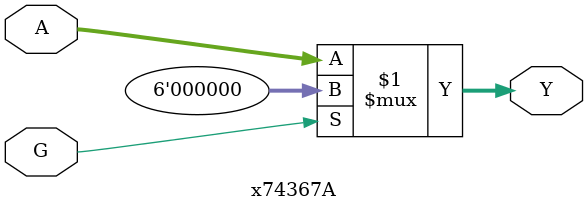
<source format=v>

module x74367A(A, Y, G);
  input  [5:0] A;
  output [5:0] Y;
  input G;
  assign Y = G ? 6'b0 : A;
endmodule

</source>
